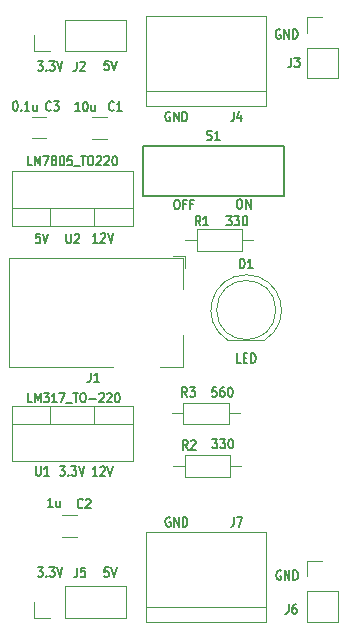
<source format=gto>
%TF.GenerationSoftware,KiCad,Pcbnew,7.0.5*%
%TF.CreationDate,2023-06-26T08:29:16+05:30*%
%TF.ProjectId,Power supply pcb,506f7765-7220-4737-9570-706c79207063,rev?*%
%TF.SameCoordinates,Original*%
%TF.FileFunction,Legend,Top*%
%TF.FilePolarity,Positive*%
%FSLAX46Y46*%
G04 Gerber Fmt 4.6, Leading zero omitted, Abs format (unit mm)*
G04 Created by KiCad (PCBNEW 7.0.5) date 2023-06-26 08:29:16*
%MOMM*%
%LPD*%
G01*
G04 APERTURE LIST*
%ADD10C,0.150000*%
%ADD11C,0.120000*%
%ADD12C,0.152400*%
G04 APERTURE END LIST*
D10*
X120723217Y-70760390D02*
X120656550Y-70722295D01*
X120656550Y-70722295D02*
X120556550Y-70722295D01*
X120556550Y-70722295D02*
X120456550Y-70760390D01*
X120456550Y-70760390D02*
X120389884Y-70836580D01*
X120389884Y-70836580D02*
X120356550Y-70912771D01*
X120356550Y-70912771D02*
X120323217Y-71065152D01*
X120323217Y-71065152D02*
X120323217Y-71179438D01*
X120323217Y-71179438D02*
X120356550Y-71331819D01*
X120356550Y-71331819D02*
X120389884Y-71408009D01*
X120389884Y-71408009D02*
X120456550Y-71484200D01*
X120456550Y-71484200D02*
X120556550Y-71522295D01*
X120556550Y-71522295D02*
X120623217Y-71522295D01*
X120623217Y-71522295D02*
X120723217Y-71484200D01*
X120723217Y-71484200D02*
X120756550Y-71446104D01*
X120756550Y-71446104D02*
X120756550Y-71179438D01*
X120756550Y-71179438D02*
X120623217Y-71179438D01*
X121056550Y-71522295D02*
X121056550Y-70722295D01*
X121056550Y-70722295D02*
X121456550Y-71522295D01*
X121456550Y-71522295D02*
X121456550Y-70722295D01*
X121789883Y-71522295D02*
X121789883Y-70722295D01*
X121789883Y-70722295D02*
X121956550Y-70722295D01*
X121956550Y-70722295D02*
X122056550Y-70760390D01*
X122056550Y-70760390D02*
X122123217Y-70836580D01*
X122123217Y-70836580D02*
X122156550Y-70912771D01*
X122156550Y-70912771D02*
X122189883Y-71065152D01*
X122189883Y-71065152D02*
X122189883Y-71179438D01*
X122189883Y-71179438D02*
X122156550Y-71331819D01*
X122156550Y-71331819D02*
X122123217Y-71408009D01*
X122123217Y-71408009D02*
X122056550Y-71484200D01*
X122056550Y-71484200D02*
X121956550Y-71522295D01*
X121956550Y-71522295D02*
X121789883Y-71522295D01*
X120774017Y-116581990D02*
X120707350Y-116543895D01*
X120707350Y-116543895D02*
X120607350Y-116543895D01*
X120607350Y-116543895D02*
X120507350Y-116581990D01*
X120507350Y-116581990D02*
X120440684Y-116658180D01*
X120440684Y-116658180D02*
X120407350Y-116734371D01*
X120407350Y-116734371D02*
X120374017Y-116886752D01*
X120374017Y-116886752D02*
X120374017Y-117001038D01*
X120374017Y-117001038D02*
X120407350Y-117153419D01*
X120407350Y-117153419D02*
X120440684Y-117229609D01*
X120440684Y-117229609D02*
X120507350Y-117305800D01*
X120507350Y-117305800D02*
X120607350Y-117343895D01*
X120607350Y-117343895D02*
X120674017Y-117343895D01*
X120674017Y-117343895D02*
X120774017Y-117305800D01*
X120774017Y-117305800D02*
X120807350Y-117267704D01*
X120807350Y-117267704D02*
X120807350Y-117001038D01*
X120807350Y-117001038D02*
X120674017Y-117001038D01*
X121107350Y-117343895D02*
X121107350Y-116543895D01*
X121107350Y-116543895D02*
X121507350Y-117343895D01*
X121507350Y-117343895D02*
X121507350Y-116543895D01*
X121840683Y-117343895D02*
X121840683Y-116543895D01*
X121840683Y-116543895D02*
X122007350Y-116543895D01*
X122007350Y-116543895D02*
X122107350Y-116581990D01*
X122107350Y-116581990D02*
X122174017Y-116658180D01*
X122174017Y-116658180D02*
X122207350Y-116734371D01*
X122207350Y-116734371D02*
X122240683Y-116886752D01*
X122240683Y-116886752D02*
X122240683Y-117001038D01*
X122240683Y-117001038D02*
X122207350Y-117153419D01*
X122207350Y-117153419D02*
X122174017Y-117229609D01*
X122174017Y-117229609D02*
X122107350Y-117305800D01*
X122107350Y-117305800D02*
X122007350Y-117343895D01*
X122007350Y-117343895D02*
X121840683Y-117343895D01*
X117219467Y-85124095D02*
X117352800Y-85124095D01*
X117352800Y-85124095D02*
X117419467Y-85162190D01*
X117419467Y-85162190D02*
X117486133Y-85238380D01*
X117486133Y-85238380D02*
X117519467Y-85390761D01*
X117519467Y-85390761D02*
X117519467Y-85657428D01*
X117519467Y-85657428D02*
X117486133Y-85809809D01*
X117486133Y-85809809D02*
X117419467Y-85886000D01*
X117419467Y-85886000D02*
X117352800Y-85924095D01*
X117352800Y-85924095D02*
X117219467Y-85924095D01*
X117219467Y-85924095D02*
X117152800Y-85886000D01*
X117152800Y-85886000D02*
X117086133Y-85809809D01*
X117086133Y-85809809D02*
X117052800Y-85657428D01*
X117052800Y-85657428D02*
X117052800Y-85390761D01*
X117052800Y-85390761D02*
X117086133Y-85238380D01*
X117086133Y-85238380D02*
X117152800Y-85162190D01*
X117152800Y-85162190D02*
X117219467Y-85124095D01*
X117819466Y-85924095D02*
X117819466Y-85124095D01*
X117819466Y-85124095D02*
X118219466Y-85924095D01*
X118219466Y-85924095D02*
X118219466Y-85124095D01*
X111379067Y-77745390D02*
X111312400Y-77707295D01*
X111312400Y-77707295D02*
X111212400Y-77707295D01*
X111212400Y-77707295D02*
X111112400Y-77745390D01*
X111112400Y-77745390D02*
X111045734Y-77821580D01*
X111045734Y-77821580D02*
X111012400Y-77897771D01*
X111012400Y-77897771D02*
X110979067Y-78050152D01*
X110979067Y-78050152D02*
X110979067Y-78164438D01*
X110979067Y-78164438D02*
X111012400Y-78316819D01*
X111012400Y-78316819D02*
X111045734Y-78393009D01*
X111045734Y-78393009D02*
X111112400Y-78469200D01*
X111112400Y-78469200D02*
X111212400Y-78507295D01*
X111212400Y-78507295D02*
X111279067Y-78507295D01*
X111279067Y-78507295D02*
X111379067Y-78469200D01*
X111379067Y-78469200D02*
X111412400Y-78431104D01*
X111412400Y-78431104D02*
X111412400Y-78164438D01*
X111412400Y-78164438D02*
X111279067Y-78164438D01*
X111712400Y-78507295D02*
X111712400Y-77707295D01*
X111712400Y-77707295D02*
X112112400Y-78507295D01*
X112112400Y-78507295D02*
X112112400Y-77707295D01*
X112445733Y-78507295D02*
X112445733Y-77707295D01*
X112445733Y-77707295D02*
X112612400Y-77707295D01*
X112612400Y-77707295D02*
X112712400Y-77745390D01*
X112712400Y-77745390D02*
X112779067Y-77821580D01*
X112779067Y-77821580D02*
X112812400Y-77897771D01*
X112812400Y-77897771D02*
X112845733Y-78050152D01*
X112845733Y-78050152D02*
X112845733Y-78164438D01*
X112845733Y-78164438D02*
X112812400Y-78316819D01*
X112812400Y-78316819D02*
X112779067Y-78393009D01*
X112779067Y-78393009D02*
X112712400Y-78469200D01*
X112712400Y-78469200D02*
X112612400Y-78507295D01*
X112612400Y-78507295D02*
X112445733Y-78507295D01*
X105230666Y-108530095D02*
X104830666Y-108530095D01*
X105030666Y-108530095D02*
X105030666Y-107730095D01*
X105030666Y-107730095D02*
X104963999Y-107844380D01*
X104963999Y-107844380D02*
X104897333Y-107920571D01*
X104897333Y-107920571D02*
X104830666Y-107958666D01*
X105497333Y-107806285D02*
X105530666Y-107768190D01*
X105530666Y-107768190D02*
X105597333Y-107730095D01*
X105597333Y-107730095D02*
X105764000Y-107730095D01*
X105764000Y-107730095D02*
X105830666Y-107768190D01*
X105830666Y-107768190D02*
X105864000Y-107806285D01*
X105864000Y-107806285D02*
X105897333Y-107882476D01*
X105897333Y-107882476D02*
X105897333Y-107958666D01*
X105897333Y-107958666D02*
X105864000Y-108072952D01*
X105864000Y-108072952D02*
X105464000Y-108530095D01*
X105464000Y-108530095D02*
X105897333Y-108530095D01*
X106097333Y-107730095D02*
X106330667Y-108530095D01*
X106330667Y-108530095D02*
X106564000Y-107730095D01*
X106191067Y-73389295D02*
X105857733Y-73389295D01*
X105857733Y-73389295D02*
X105824400Y-73770247D01*
X105824400Y-73770247D02*
X105857733Y-73732152D01*
X105857733Y-73732152D02*
X105924400Y-73694057D01*
X105924400Y-73694057D02*
X106091067Y-73694057D01*
X106091067Y-73694057D02*
X106157733Y-73732152D01*
X106157733Y-73732152D02*
X106191067Y-73770247D01*
X106191067Y-73770247D02*
X106224400Y-73846438D01*
X106224400Y-73846438D02*
X106224400Y-74036914D01*
X106224400Y-74036914D02*
X106191067Y-74113104D01*
X106191067Y-74113104D02*
X106157733Y-74151200D01*
X106157733Y-74151200D02*
X106091067Y-74189295D01*
X106091067Y-74189295D02*
X105924400Y-74189295D01*
X105924400Y-74189295D02*
X105857733Y-74151200D01*
X105857733Y-74151200D02*
X105824400Y-74113104D01*
X106424400Y-73389295D02*
X106657734Y-74189295D01*
X106657734Y-74189295D02*
X106891067Y-73389295D01*
X100374467Y-88045095D02*
X100041133Y-88045095D01*
X100041133Y-88045095D02*
X100007800Y-88426047D01*
X100007800Y-88426047D02*
X100041133Y-88387952D01*
X100041133Y-88387952D02*
X100107800Y-88349857D01*
X100107800Y-88349857D02*
X100274467Y-88349857D01*
X100274467Y-88349857D02*
X100341133Y-88387952D01*
X100341133Y-88387952D02*
X100374467Y-88426047D01*
X100374467Y-88426047D02*
X100407800Y-88502238D01*
X100407800Y-88502238D02*
X100407800Y-88692714D01*
X100407800Y-88692714D02*
X100374467Y-88768904D01*
X100374467Y-88768904D02*
X100341133Y-88807000D01*
X100341133Y-88807000D02*
X100274467Y-88845095D01*
X100274467Y-88845095D02*
X100107800Y-88845095D01*
X100107800Y-88845095D02*
X100041133Y-88807000D01*
X100041133Y-88807000D02*
X100007800Y-88768904D01*
X100607800Y-88045095D02*
X100841134Y-88845095D01*
X100841134Y-88845095D02*
X101074467Y-88045095D01*
X100185667Y-116289895D02*
X100619000Y-116289895D01*
X100619000Y-116289895D02*
X100385667Y-116594657D01*
X100385667Y-116594657D02*
X100485667Y-116594657D01*
X100485667Y-116594657D02*
X100552333Y-116632752D01*
X100552333Y-116632752D02*
X100585667Y-116670847D01*
X100585667Y-116670847D02*
X100619000Y-116747038D01*
X100619000Y-116747038D02*
X100619000Y-116937514D01*
X100619000Y-116937514D02*
X100585667Y-117013704D01*
X100585667Y-117013704D02*
X100552333Y-117051800D01*
X100552333Y-117051800D02*
X100485667Y-117089895D01*
X100485667Y-117089895D02*
X100285667Y-117089895D01*
X100285667Y-117089895D02*
X100219000Y-117051800D01*
X100219000Y-117051800D02*
X100185667Y-117013704D01*
X100919000Y-117013704D02*
X100952334Y-117051800D01*
X100952334Y-117051800D02*
X100919000Y-117089895D01*
X100919000Y-117089895D02*
X100885667Y-117051800D01*
X100885667Y-117051800D02*
X100919000Y-117013704D01*
X100919000Y-117013704D02*
X100919000Y-117089895D01*
X101185667Y-116289895D02*
X101619000Y-116289895D01*
X101619000Y-116289895D02*
X101385667Y-116594657D01*
X101385667Y-116594657D02*
X101485667Y-116594657D01*
X101485667Y-116594657D02*
X101552333Y-116632752D01*
X101552333Y-116632752D02*
X101585667Y-116670847D01*
X101585667Y-116670847D02*
X101619000Y-116747038D01*
X101619000Y-116747038D02*
X101619000Y-116937514D01*
X101619000Y-116937514D02*
X101585667Y-117013704D01*
X101585667Y-117013704D02*
X101552333Y-117051800D01*
X101552333Y-117051800D02*
X101485667Y-117089895D01*
X101485667Y-117089895D02*
X101285667Y-117089895D01*
X101285667Y-117089895D02*
X101219000Y-117051800D01*
X101219000Y-117051800D02*
X101185667Y-117013704D01*
X101819000Y-116289895D02*
X102052334Y-117089895D01*
X102052334Y-117089895D02*
X102285667Y-116289895D01*
X102039867Y-107704695D02*
X102473200Y-107704695D01*
X102473200Y-107704695D02*
X102239867Y-108009457D01*
X102239867Y-108009457D02*
X102339867Y-108009457D01*
X102339867Y-108009457D02*
X102406533Y-108047552D01*
X102406533Y-108047552D02*
X102439867Y-108085647D01*
X102439867Y-108085647D02*
X102473200Y-108161838D01*
X102473200Y-108161838D02*
X102473200Y-108352314D01*
X102473200Y-108352314D02*
X102439867Y-108428504D01*
X102439867Y-108428504D02*
X102406533Y-108466600D01*
X102406533Y-108466600D02*
X102339867Y-108504695D01*
X102339867Y-108504695D02*
X102139867Y-108504695D01*
X102139867Y-108504695D02*
X102073200Y-108466600D01*
X102073200Y-108466600D02*
X102039867Y-108428504D01*
X102773200Y-108428504D02*
X102806534Y-108466600D01*
X102806534Y-108466600D02*
X102773200Y-108504695D01*
X102773200Y-108504695D02*
X102739867Y-108466600D01*
X102739867Y-108466600D02*
X102773200Y-108428504D01*
X102773200Y-108428504D02*
X102773200Y-108504695D01*
X103039867Y-107704695D02*
X103473200Y-107704695D01*
X103473200Y-107704695D02*
X103239867Y-108009457D01*
X103239867Y-108009457D02*
X103339867Y-108009457D01*
X103339867Y-108009457D02*
X103406533Y-108047552D01*
X103406533Y-108047552D02*
X103439867Y-108085647D01*
X103439867Y-108085647D02*
X103473200Y-108161838D01*
X103473200Y-108161838D02*
X103473200Y-108352314D01*
X103473200Y-108352314D02*
X103439867Y-108428504D01*
X103439867Y-108428504D02*
X103406533Y-108466600D01*
X103406533Y-108466600D02*
X103339867Y-108504695D01*
X103339867Y-108504695D02*
X103139867Y-108504695D01*
X103139867Y-108504695D02*
X103073200Y-108466600D01*
X103073200Y-108466600D02*
X103039867Y-108428504D01*
X103673200Y-107704695D02*
X103906534Y-108504695D01*
X103906534Y-108504695D02*
X104139867Y-107704695D01*
X111404467Y-112060790D02*
X111337800Y-112022695D01*
X111337800Y-112022695D02*
X111237800Y-112022695D01*
X111237800Y-112022695D02*
X111137800Y-112060790D01*
X111137800Y-112060790D02*
X111071134Y-112136980D01*
X111071134Y-112136980D02*
X111037800Y-112213171D01*
X111037800Y-112213171D02*
X111004467Y-112365552D01*
X111004467Y-112365552D02*
X111004467Y-112479838D01*
X111004467Y-112479838D02*
X111037800Y-112632219D01*
X111037800Y-112632219D02*
X111071134Y-112708409D01*
X111071134Y-112708409D02*
X111137800Y-112784600D01*
X111137800Y-112784600D02*
X111237800Y-112822695D01*
X111237800Y-112822695D02*
X111304467Y-112822695D01*
X111304467Y-112822695D02*
X111404467Y-112784600D01*
X111404467Y-112784600D02*
X111437800Y-112746504D01*
X111437800Y-112746504D02*
X111437800Y-112479838D01*
X111437800Y-112479838D02*
X111304467Y-112479838D01*
X111737800Y-112822695D02*
X111737800Y-112022695D01*
X111737800Y-112022695D02*
X112137800Y-112822695D01*
X112137800Y-112822695D02*
X112137800Y-112022695D01*
X112471133Y-112822695D02*
X112471133Y-112022695D01*
X112471133Y-112022695D02*
X112637800Y-112022695D01*
X112637800Y-112022695D02*
X112737800Y-112060790D01*
X112737800Y-112060790D02*
X112804467Y-112136980D01*
X112804467Y-112136980D02*
X112837800Y-112213171D01*
X112837800Y-112213171D02*
X112871133Y-112365552D01*
X112871133Y-112365552D02*
X112871133Y-112479838D01*
X112871133Y-112479838D02*
X112837800Y-112632219D01*
X112837800Y-112632219D02*
X112804467Y-112708409D01*
X112804467Y-112708409D02*
X112737800Y-112784600D01*
X112737800Y-112784600D02*
X112637800Y-112822695D01*
X112637800Y-112822695D02*
X112471133Y-112822695D01*
X100185667Y-73440095D02*
X100619000Y-73440095D01*
X100619000Y-73440095D02*
X100385667Y-73744857D01*
X100385667Y-73744857D02*
X100485667Y-73744857D01*
X100485667Y-73744857D02*
X100552333Y-73782952D01*
X100552333Y-73782952D02*
X100585667Y-73821047D01*
X100585667Y-73821047D02*
X100619000Y-73897238D01*
X100619000Y-73897238D02*
X100619000Y-74087714D01*
X100619000Y-74087714D02*
X100585667Y-74163904D01*
X100585667Y-74163904D02*
X100552333Y-74202000D01*
X100552333Y-74202000D02*
X100485667Y-74240095D01*
X100485667Y-74240095D02*
X100285667Y-74240095D01*
X100285667Y-74240095D02*
X100219000Y-74202000D01*
X100219000Y-74202000D02*
X100185667Y-74163904D01*
X100919000Y-74163904D02*
X100952334Y-74202000D01*
X100952334Y-74202000D02*
X100919000Y-74240095D01*
X100919000Y-74240095D02*
X100885667Y-74202000D01*
X100885667Y-74202000D02*
X100919000Y-74163904D01*
X100919000Y-74163904D02*
X100919000Y-74240095D01*
X101185667Y-73440095D02*
X101619000Y-73440095D01*
X101619000Y-73440095D02*
X101385667Y-73744857D01*
X101385667Y-73744857D02*
X101485667Y-73744857D01*
X101485667Y-73744857D02*
X101552333Y-73782952D01*
X101552333Y-73782952D02*
X101585667Y-73821047D01*
X101585667Y-73821047D02*
X101619000Y-73897238D01*
X101619000Y-73897238D02*
X101619000Y-74087714D01*
X101619000Y-74087714D02*
X101585667Y-74163904D01*
X101585667Y-74163904D02*
X101552333Y-74202000D01*
X101552333Y-74202000D02*
X101485667Y-74240095D01*
X101485667Y-74240095D02*
X101285667Y-74240095D01*
X101285667Y-74240095D02*
X101219000Y-74202000D01*
X101219000Y-74202000D02*
X101185667Y-74163904D01*
X101819000Y-73440095D02*
X102052334Y-74240095D01*
X102052334Y-74240095D02*
X102285667Y-73440095D01*
X105256066Y-88794295D02*
X104856066Y-88794295D01*
X105056066Y-88794295D02*
X105056066Y-87994295D01*
X105056066Y-87994295D02*
X104989399Y-88108580D01*
X104989399Y-88108580D02*
X104922733Y-88184771D01*
X104922733Y-88184771D02*
X104856066Y-88222866D01*
X105522733Y-88070485D02*
X105556066Y-88032390D01*
X105556066Y-88032390D02*
X105622733Y-87994295D01*
X105622733Y-87994295D02*
X105789400Y-87994295D01*
X105789400Y-87994295D02*
X105856066Y-88032390D01*
X105856066Y-88032390D02*
X105889400Y-88070485D01*
X105889400Y-88070485D02*
X105922733Y-88146676D01*
X105922733Y-88146676D02*
X105922733Y-88222866D01*
X105922733Y-88222866D02*
X105889400Y-88337152D01*
X105889400Y-88337152D02*
X105489400Y-88794295D01*
X105489400Y-88794295D02*
X105922733Y-88794295D01*
X106122733Y-87994295D02*
X106356067Y-88794295D01*
X106356067Y-88794295D02*
X106589400Y-87994295D01*
X111906134Y-85174895D02*
X112039467Y-85174895D01*
X112039467Y-85174895D02*
X112106134Y-85212990D01*
X112106134Y-85212990D02*
X112172800Y-85289180D01*
X112172800Y-85289180D02*
X112206134Y-85441561D01*
X112206134Y-85441561D02*
X112206134Y-85708228D01*
X112206134Y-85708228D02*
X112172800Y-85860609D01*
X112172800Y-85860609D02*
X112106134Y-85936800D01*
X112106134Y-85936800D02*
X112039467Y-85974895D01*
X112039467Y-85974895D02*
X111906134Y-85974895D01*
X111906134Y-85974895D02*
X111839467Y-85936800D01*
X111839467Y-85936800D02*
X111772800Y-85860609D01*
X111772800Y-85860609D02*
X111739467Y-85708228D01*
X111739467Y-85708228D02*
X111739467Y-85441561D01*
X111739467Y-85441561D02*
X111772800Y-85289180D01*
X111772800Y-85289180D02*
X111839467Y-85212990D01*
X111839467Y-85212990D02*
X111906134Y-85174895D01*
X112739467Y-85555847D02*
X112506133Y-85555847D01*
X112506133Y-85974895D02*
X112506133Y-85174895D01*
X112506133Y-85174895D02*
X112839467Y-85174895D01*
X113339467Y-85555847D02*
X113106133Y-85555847D01*
X113106133Y-85974895D02*
X113106133Y-85174895D01*
X113106133Y-85174895D02*
X113439467Y-85174895D01*
X106191067Y-116289895D02*
X105857733Y-116289895D01*
X105857733Y-116289895D02*
X105824400Y-116670847D01*
X105824400Y-116670847D02*
X105857733Y-116632752D01*
X105857733Y-116632752D02*
X105924400Y-116594657D01*
X105924400Y-116594657D02*
X106091067Y-116594657D01*
X106091067Y-116594657D02*
X106157733Y-116632752D01*
X106157733Y-116632752D02*
X106191067Y-116670847D01*
X106191067Y-116670847D02*
X106224400Y-116747038D01*
X106224400Y-116747038D02*
X106224400Y-116937514D01*
X106224400Y-116937514D02*
X106191067Y-117013704D01*
X106191067Y-117013704D02*
X106157733Y-117051800D01*
X106157733Y-117051800D02*
X106091067Y-117089895D01*
X106091067Y-117089895D02*
X105924400Y-117089895D01*
X105924400Y-117089895D02*
X105857733Y-117051800D01*
X105857733Y-117051800D02*
X105824400Y-117013704D01*
X106424400Y-116289895D02*
X106657734Y-117089895D01*
X106657734Y-117089895D02*
X106891067Y-116289895D01*
%TO.C,U2*%
X102616066Y-88030495D02*
X102616066Y-88678114D01*
X102616066Y-88678114D02*
X102649400Y-88754304D01*
X102649400Y-88754304D02*
X102682733Y-88792400D01*
X102682733Y-88792400D02*
X102749400Y-88830495D01*
X102749400Y-88830495D02*
X102882733Y-88830495D01*
X102882733Y-88830495D02*
X102949400Y-88792400D01*
X102949400Y-88792400D02*
X102982733Y-88754304D01*
X102982733Y-88754304D02*
X103016066Y-88678114D01*
X103016066Y-88678114D02*
X103016066Y-88030495D01*
X103316066Y-88106685D02*
X103349399Y-88068590D01*
X103349399Y-88068590D02*
X103416066Y-88030495D01*
X103416066Y-88030495D02*
X103582733Y-88030495D01*
X103582733Y-88030495D02*
X103649399Y-88068590D01*
X103649399Y-88068590D02*
X103682733Y-88106685D01*
X103682733Y-88106685D02*
X103716066Y-88182876D01*
X103716066Y-88182876D02*
X103716066Y-88259066D01*
X103716066Y-88259066D02*
X103682733Y-88373352D01*
X103682733Y-88373352D02*
X103282733Y-88830495D01*
X103282733Y-88830495D02*
X103716066Y-88830495D01*
X99707333Y-82251895D02*
X99373999Y-82251895D01*
X99373999Y-82251895D02*
X99373999Y-81451895D01*
X99940666Y-82251895D02*
X99940666Y-81451895D01*
X99940666Y-81451895D02*
X100174000Y-82023323D01*
X100174000Y-82023323D02*
X100407333Y-81451895D01*
X100407333Y-81451895D02*
X100407333Y-82251895D01*
X100674000Y-81451895D02*
X101140666Y-81451895D01*
X101140666Y-81451895D02*
X100840666Y-82251895D01*
X101507333Y-81794752D02*
X101440667Y-81756657D01*
X101440667Y-81756657D02*
X101407333Y-81718561D01*
X101407333Y-81718561D02*
X101374000Y-81642371D01*
X101374000Y-81642371D02*
X101374000Y-81604276D01*
X101374000Y-81604276D02*
X101407333Y-81528085D01*
X101407333Y-81528085D02*
X101440667Y-81489990D01*
X101440667Y-81489990D02*
X101507333Y-81451895D01*
X101507333Y-81451895D02*
X101640667Y-81451895D01*
X101640667Y-81451895D02*
X101707333Y-81489990D01*
X101707333Y-81489990D02*
X101740667Y-81528085D01*
X101740667Y-81528085D02*
X101774000Y-81604276D01*
X101774000Y-81604276D02*
X101774000Y-81642371D01*
X101774000Y-81642371D02*
X101740667Y-81718561D01*
X101740667Y-81718561D02*
X101707333Y-81756657D01*
X101707333Y-81756657D02*
X101640667Y-81794752D01*
X101640667Y-81794752D02*
X101507333Y-81794752D01*
X101507333Y-81794752D02*
X101440667Y-81832847D01*
X101440667Y-81832847D02*
X101407333Y-81870942D01*
X101407333Y-81870942D02*
X101374000Y-81947133D01*
X101374000Y-81947133D02*
X101374000Y-82099514D01*
X101374000Y-82099514D02*
X101407333Y-82175704D01*
X101407333Y-82175704D02*
X101440667Y-82213800D01*
X101440667Y-82213800D02*
X101507333Y-82251895D01*
X101507333Y-82251895D02*
X101640667Y-82251895D01*
X101640667Y-82251895D02*
X101707333Y-82213800D01*
X101707333Y-82213800D02*
X101740667Y-82175704D01*
X101740667Y-82175704D02*
X101774000Y-82099514D01*
X101774000Y-82099514D02*
X101774000Y-81947133D01*
X101774000Y-81947133D02*
X101740667Y-81870942D01*
X101740667Y-81870942D02*
X101707333Y-81832847D01*
X101707333Y-81832847D02*
X101640667Y-81794752D01*
X102207334Y-81451895D02*
X102274000Y-81451895D01*
X102274000Y-81451895D02*
X102340667Y-81489990D01*
X102340667Y-81489990D02*
X102374000Y-81528085D01*
X102374000Y-81528085D02*
X102407334Y-81604276D01*
X102407334Y-81604276D02*
X102440667Y-81756657D01*
X102440667Y-81756657D02*
X102440667Y-81947133D01*
X102440667Y-81947133D02*
X102407334Y-82099514D01*
X102407334Y-82099514D02*
X102374000Y-82175704D01*
X102374000Y-82175704D02*
X102340667Y-82213800D01*
X102340667Y-82213800D02*
X102274000Y-82251895D01*
X102274000Y-82251895D02*
X102207334Y-82251895D01*
X102207334Y-82251895D02*
X102140667Y-82213800D01*
X102140667Y-82213800D02*
X102107334Y-82175704D01*
X102107334Y-82175704D02*
X102074000Y-82099514D01*
X102074000Y-82099514D02*
X102040667Y-81947133D01*
X102040667Y-81947133D02*
X102040667Y-81756657D01*
X102040667Y-81756657D02*
X102074000Y-81604276D01*
X102074000Y-81604276D02*
X102107334Y-81528085D01*
X102107334Y-81528085D02*
X102140667Y-81489990D01*
X102140667Y-81489990D02*
X102207334Y-81451895D01*
X103074001Y-81451895D02*
X102740667Y-81451895D01*
X102740667Y-81451895D02*
X102707334Y-81832847D01*
X102707334Y-81832847D02*
X102740667Y-81794752D01*
X102740667Y-81794752D02*
X102807334Y-81756657D01*
X102807334Y-81756657D02*
X102974001Y-81756657D01*
X102974001Y-81756657D02*
X103040667Y-81794752D01*
X103040667Y-81794752D02*
X103074001Y-81832847D01*
X103074001Y-81832847D02*
X103107334Y-81909038D01*
X103107334Y-81909038D02*
X103107334Y-82099514D01*
X103107334Y-82099514D02*
X103074001Y-82175704D01*
X103074001Y-82175704D02*
X103040667Y-82213800D01*
X103040667Y-82213800D02*
X102974001Y-82251895D01*
X102974001Y-82251895D02*
X102807334Y-82251895D01*
X102807334Y-82251895D02*
X102740667Y-82213800D01*
X102740667Y-82213800D02*
X102707334Y-82175704D01*
X103240668Y-82328085D02*
X103774001Y-82328085D01*
X103840667Y-81451895D02*
X104240667Y-81451895D01*
X104040667Y-82251895D02*
X104040667Y-81451895D01*
X104607334Y-81451895D02*
X104740667Y-81451895D01*
X104740667Y-81451895D02*
X104807334Y-81489990D01*
X104807334Y-81489990D02*
X104874000Y-81566180D01*
X104874000Y-81566180D02*
X104907334Y-81718561D01*
X104907334Y-81718561D02*
X104907334Y-81985228D01*
X104907334Y-81985228D02*
X104874000Y-82137609D01*
X104874000Y-82137609D02*
X104807334Y-82213800D01*
X104807334Y-82213800D02*
X104740667Y-82251895D01*
X104740667Y-82251895D02*
X104607334Y-82251895D01*
X104607334Y-82251895D02*
X104540667Y-82213800D01*
X104540667Y-82213800D02*
X104474000Y-82137609D01*
X104474000Y-82137609D02*
X104440667Y-81985228D01*
X104440667Y-81985228D02*
X104440667Y-81718561D01*
X104440667Y-81718561D02*
X104474000Y-81566180D01*
X104474000Y-81566180D02*
X104540667Y-81489990D01*
X104540667Y-81489990D02*
X104607334Y-81451895D01*
X105174000Y-81528085D02*
X105207333Y-81489990D01*
X105207333Y-81489990D02*
X105274000Y-81451895D01*
X105274000Y-81451895D02*
X105440667Y-81451895D01*
X105440667Y-81451895D02*
X105507333Y-81489990D01*
X105507333Y-81489990D02*
X105540667Y-81528085D01*
X105540667Y-81528085D02*
X105574000Y-81604276D01*
X105574000Y-81604276D02*
X105574000Y-81680466D01*
X105574000Y-81680466D02*
X105540667Y-81794752D01*
X105540667Y-81794752D02*
X105140667Y-82251895D01*
X105140667Y-82251895D02*
X105574000Y-82251895D01*
X105840667Y-81528085D02*
X105874000Y-81489990D01*
X105874000Y-81489990D02*
X105940667Y-81451895D01*
X105940667Y-81451895D02*
X106107334Y-81451895D01*
X106107334Y-81451895D02*
X106174000Y-81489990D01*
X106174000Y-81489990D02*
X106207334Y-81528085D01*
X106207334Y-81528085D02*
X106240667Y-81604276D01*
X106240667Y-81604276D02*
X106240667Y-81680466D01*
X106240667Y-81680466D02*
X106207334Y-81794752D01*
X106207334Y-81794752D02*
X105807334Y-82251895D01*
X105807334Y-82251895D02*
X106240667Y-82251895D01*
X106674001Y-81451895D02*
X106740667Y-81451895D01*
X106740667Y-81451895D02*
X106807334Y-81489990D01*
X106807334Y-81489990D02*
X106840667Y-81528085D01*
X106840667Y-81528085D02*
X106874001Y-81604276D01*
X106874001Y-81604276D02*
X106907334Y-81756657D01*
X106907334Y-81756657D02*
X106907334Y-81947133D01*
X106907334Y-81947133D02*
X106874001Y-82099514D01*
X106874001Y-82099514D02*
X106840667Y-82175704D01*
X106840667Y-82175704D02*
X106807334Y-82213800D01*
X106807334Y-82213800D02*
X106740667Y-82251895D01*
X106740667Y-82251895D02*
X106674001Y-82251895D01*
X106674001Y-82251895D02*
X106607334Y-82213800D01*
X106607334Y-82213800D02*
X106574001Y-82175704D01*
X106574001Y-82175704D02*
X106540667Y-82099514D01*
X106540667Y-82099514D02*
X106507334Y-81947133D01*
X106507334Y-81947133D02*
X106507334Y-81756657D01*
X106507334Y-81756657D02*
X106540667Y-81604276D01*
X106540667Y-81604276D02*
X106574001Y-81528085D01*
X106574001Y-81528085D02*
X106607334Y-81489990D01*
X106607334Y-81489990D02*
X106674001Y-81451895D01*
%TO.C,D1*%
X117313933Y-90964095D02*
X117313933Y-90164095D01*
X117313933Y-90164095D02*
X117480600Y-90164095D01*
X117480600Y-90164095D02*
X117580600Y-90202190D01*
X117580600Y-90202190D02*
X117647267Y-90278380D01*
X117647267Y-90278380D02*
X117680600Y-90354571D01*
X117680600Y-90354571D02*
X117713933Y-90506952D01*
X117713933Y-90506952D02*
X117713933Y-90621238D01*
X117713933Y-90621238D02*
X117680600Y-90773619D01*
X117680600Y-90773619D02*
X117647267Y-90849809D01*
X117647267Y-90849809D02*
X117580600Y-90926000D01*
X117580600Y-90926000D02*
X117480600Y-90964095D01*
X117480600Y-90964095D02*
X117313933Y-90964095D01*
X118380600Y-90964095D02*
X117980600Y-90964095D01*
X118180600Y-90964095D02*
X118180600Y-90164095D01*
X118180600Y-90164095D02*
X118113933Y-90278380D01*
X118113933Y-90278380D02*
X118047267Y-90354571D01*
X118047267Y-90354571D02*
X117980600Y-90392666D01*
X117380600Y-98965095D02*
X117047266Y-98965095D01*
X117047266Y-98965095D02*
X117047266Y-98165095D01*
X117613933Y-98546047D02*
X117847267Y-98546047D01*
X117947267Y-98965095D02*
X117613933Y-98965095D01*
X117613933Y-98965095D02*
X117613933Y-98165095D01*
X117613933Y-98165095D02*
X117947267Y-98165095D01*
X118247266Y-98965095D02*
X118247266Y-98165095D01*
X118247266Y-98165095D02*
X118413933Y-98165095D01*
X118413933Y-98165095D02*
X118513933Y-98203190D01*
X118513933Y-98203190D02*
X118580600Y-98279380D01*
X118580600Y-98279380D02*
X118613933Y-98355571D01*
X118613933Y-98355571D02*
X118647266Y-98507952D01*
X118647266Y-98507952D02*
X118647266Y-98622238D01*
X118647266Y-98622238D02*
X118613933Y-98774619D01*
X118613933Y-98774619D02*
X118580600Y-98850809D01*
X118580600Y-98850809D02*
X118513933Y-98927000D01*
X118513933Y-98927000D02*
X118413933Y-98965095D01*
X118413933Y-98965095D02*
X118247266Y-98965095D01*
%TO.C,C1*%
X106639533Y-77552904D02*
X106606200Y-77591000D01*
X106606200Y-77591000D02*
X106506200Y-77629095D01*
X106506200Y-77629095D02*
X106439533Y-77629095D01*
X106439533Y-77629095D02*
X106339533Y-77591000D01*
X106339533Y-77591000D02*
X106272867Y-77514809D01*
X106272867Y-77514809D02*
X106239533Y-77438619D01*
X106239533Y-77438619D02*
X106206200Y-77286238D01*
X106206200Y-77286238D02*
X106206200Y-77171952D01*
X106206200Y-77171952D02*
X106239533Y-77019571D01*
X106239533Y-77019571D02*
X106272867Y-76943380D01*
X106272867Y-76943380D02*
X106339533Y-76867190D01*
X106339533Y-76867190D02*
X106439533Y-76829095D01*
X106439533Y-76829095D02*
X106506200Y-76829095D01*
X106506200Y-76829095D02*
X106606200Y-76867190D01*
X106606200Y-76867190D02*
X106639533Y-76905285D01*
X107306200Y-77629095D02*
X106906200Y-77629095D01*
X107106200Y-77629095D02*
X107106200Y-76829095D01*
X107106200Y-76829095D02*
X107039533Y-76943380D01*
X107039533Y-76943380D02*
X106972867Y-77019571D01*
X106972867Y-77019571D02*
X106906200Y-77057666D01*
X103766200Y-77654495D02*
X103366200Y-77654495D01*
X103566200Y-77654495D02*
X103566200Y-76854495D01*
X103566200Y-76854495D02*
X103499533Y-76968780D01*
X103499533Y-76968780D02*
X103432867Y-77044971D01*
X103432867Y-77044971D02*
X103366200Y-77083066D01*
X104199534Y-76854495D02*
X104266200Y-76854495D01*
X104266200Y-76854495D02*
X104332867Y-76892590D01*
X104332867Y-76892590D02*
X104366200Y-76930685D01*
X104366200Y-76930685D02*
X104399534Y-77006876D01*
X104399534Y-77006876D02*
X104432867Y-77159257D01*
X104432867Y-77159257D02*
X104432867Y-77349733D01*
X104432867Y-77349733D02*
X104399534Y-77502114D01*
X104399534Y-77502114D02*
X104366200Y-77578304D01*
X104366200Y-77578304D02*
X104332867Y-77616400D01*
X104332867Y-77616400D02*
X104266200Y-77654495D01*
X104266200Y-77654495D02*
X104199534Y-77654495D01*
X104199534Y-77654495D02*
X104132867Y-77616400D01*
X104132867Y-77616400D02*
X104099534Y-77578304D01*
X104099534Y-77578304D02*
X104066200Y-77502114D01*
X104066200Y-77502114D02*
X104032867Y-77349733D01*
X104032867Y-77349733D02*
X104032867Y-77159257D01*
X104032867Y-77159257D02*
X104066200Y-77006876D01*
X104066200Y-77006876D02*
X104099534Y-76930685D01*
X104099534Y-76930685D02*
X104132867Y-76892590D01*
X104132867Y-76892590D02*
X104199534Y-76854495D01*
X105032867Y-77121161D02*
X105032867Y-77654495D01*
X104732867Y-77121161D02*
X104732867Y-77540209D01*
X104732867Y-77540209D02*
X104766201Y-77616400D01*
X104766201Y-77616400D02*
X104832867Y-77654495D01*
X104832867Y-77654495D02*
X104932867Y-77654495D01*
X104932867Y-77654495D02*
X104999534Y-77616400D01*
X104999534Y-77616400D02*
X105032867Y-77578304D01*
%TO.C,J3*%
X121661266Y-73120695D02*
X121661266Y-73692123D01*
X121661266Y-73692123D02*
X121627933Y-73806409D01*
X121627933Y-73806409D02*
X121561266Y-73882600D01*
X121561266Y-73882600D02*
X121461266Y-73920695D01*
X121461266Y-73920695D02*
X121394600Y-73920695D01*
X121927933Y-73120695D02*
X122361266Y-73120695D01*
X122361266Y-73120695D02*
X122127933Y-73425457D01*
X122127933Y-73425457D02*
X122227933Y-73425457D01*
X122227933Y-73425457D02*
X122294599Y-73463552D01*
X122294599Y-73463552D02*
X122327933Y-73501647D01*
X122327933Y-73501647D02*
X122361266Y-73577838D01*
X122361266Y-73577838D02*
X122361266Y-73768314D01*
X122361266Y-73768314D02*
X122327933Y-73844504D01*
X122327933Y-73844504D02*
X122294599Y-73882600D01*
X122294599Y-73882600D02*
X122227933Y-73920695D01*
X122227933Y-73920695D02*
X122027933Y-73920695D01*
X122027933Y-73920695D02*
X121961266Y-73882600D01*
X121961266Y-73882600D02*
X121927933Y-73844504D01*
%TO.C,J5*%
X103525666Y-116300695D02*
X103525666Y-116872123D01*
X103525666Y-116872123D02*
X103492333Y-116986409D01*
X103492333Y-116986409D02*
X103425666Y-117062600D01*
X103425666Y-117062600D02*
X103325666Y-117100695D01*
X103325666Y-117100695D02*
X103259000Y-117100695D01*
X104192333Y-116300695D02*
X103858999Y-116300695D01*
X103858999Y-116300695D02*
X103825666Y-116681647D01*
X103825666Y-116681647D02*
X103858999Y-116643552D01*
X103858999Y-116643552D02*
X103925666Y-116605457D01*
X103925666Y-116605457D02*
X104092333Y-116605457D01*
X104092333Y-116605457D02*
X104158999Y-116643552D01*
X104158999Y-116643552D02*
X104192333Y-116681647D01*
X104192333Y-116681647D02*
X104225666Y-116757838D01*
X104225666Y-116757838D02*
X104225666Y-116948314D01*
X104225666Y-116948314D02*
X104192333Y-117024504D01*
X104192333Y-117024504D02*
X104158999Y-117062600D01*
X104158999Y-117062600D02*
X104092333Y-117100695D01*
X104092333Y-117100695D02*
X103925666Y-117100695D01*
X103925666Y-117100695D02*
X103858999Y-117062600D01*
X103858999Y-117062600D02*
X103825666Y-117024504D01*
%TO.C,C2*%
X103997933Y-111207904D02*
X103964600Y-111246000D01*
X103964600Y-111246000D02*
X103864600Y-111284095D01*
X103864600Y-111284095D02*
X103797933Y-111284095D01*
X103797933Y-111284095D02*
X103697933Y-111246000D01*
X103697933Y-111246000D02*
X103631267Y-111169809D01*
X103631267Y-111169809D02*
X103597933Y-111093619D01*
X103597933Y-111093619D02*
X103564600Y-110941238D01*
X103564600Y-110941238D02*
X103564600Y-110826952D01*
X103564600Y-110826952D02*
X103597933Y-110674571D01*
X103597933Y-110674571D02*
X103631267Y-110598380D01*
X103631267Y-110598380D02*
X103697933Y-110522190D01*
X103697933Y-110522190D02*
X103797933Y-110484095D01*
X103797933Y-110484095D02*
X103864600Y-110484095D01*
X103864600Y-110484095D02*
X103964600Y-110522190D01*
X103964600Y-110522190D02*
X103997933Y-110560285D01*
X104264600Y-110560285D02*
X104297933Y-110522190D01*
X104297933Y-110522190D02*
X104364600Y-110484095D01*
X104364600Y-110484095D02*
X104531267Y-110484095D01*
X104531267Y-110484095D02*
X104597933Y-110522190D01*
X104597933Y-110522190D02*
X104631267Y-110560285D01*
X104631267Y-110560285D02*
X104664600Y-110636476D01*
X104664600Y-110636476D02*
X104664600Y-110712666D01*
X104664600Y-110712666D02*
X104631267Y-110826952D01*
X104631267Y-110826952D02*
X104231267Y-111284095D01*
X104231267Y-111284095D02*
X104664600Y-111284095D01*
X101457933Y-111182495D02*
X101057933Y-111182495D01*
X101257933Y-111182495D02*
X101257933Y-110382495D01*
X101257933Y-110382495D02*
X101191266Y-110496780D01*
X101191266Y-110496780D02*
X101124600Y-110572971D01*
X101124600Y-110572971D02*
X101057933Y-110611066D01*
X102057933Y-110649161D02*
X102057933Y-111182495D01*
X101757933Y-110649161D02*
X101757933Y-111068209D01*
X101757933Y-111068209D02*
X101791267Y-111144400D01*
X101791267Y-111144400D02*
X101857933Y-111182495D01*
X101857933Y-111182495D02*
X101957933Y-111182495D01*
X101957933Y-111182495D02*
X102024600Y-111144400D01*
X102024600Y-111144400D02*
X102057933Y-111106304D01*
%TO.C,J4*%
X116784466Y-77718095D02*
X116784466Y-78289523D01*
X116784466Y-78289523D02*
X116751133Y-78403809D01*
X116751133Y-78403809D02*
X116684466Y-78480000D01*
X116684466Y-78480000D02*
X116584466Y-78518095D01*
X116584466Y-78518095D02*
X116517800Y-78518095D01*
X117417799Y-77984761D02*
X117417799Y-78518095D01*
X117251133Y-77680000D02*
X117084466Y-78251428D01*
X117084466Y-78251428D02*
X117517799Y-78251428D01*
%TO.C,J6*%
X121432666Y-119399495D02*
X121432666Y-119970923D01*
X121432666Y-119970923D02*
X121399333Y-120085209D01*
X121399333Y-120085209D02*
X121332666Y-120161400D01*
X121332666Y-120161400D02*
X121232666Y-120199495D01*
X121232666Y-120199495D02*
X121166000Y-120199495D01*
X122065999Y-119399495D02*
X121932666Y-119399495D01*
X121932666Y-119399495D02*
X121865999Y-119437590D01*
X121865999Y-119437590D02*
X121832666Y-119475685D01*
X121832666Y-119475685D02*
X121765999Y-119589971D01*
X121765999Y-119589971D02*
X121732666Y-119742352D01*
X121732666Y-119742352D02*
X121732666Y-120047114D01*
X121732666Y-120047114D02*
X121765999Y-120123304D01*
X121765999Y-120123304D02*
X121799333Y-120161400D01*
X121799333Y-120161400D02*
X121865999Y-120199495D01*
X121865999Y-120199495D02*
X121999333Y-120199495D01*
X121999333Y-120199495D02*
X122065999Y-120161400D01*
X122065999Y-120161400D02*
X122099333Y-120123304D01*
X122099333Y-120123304D02*
X122132666Y-120047114D01*
X122132666Y-120047114D02*
X122132666Y-119856638D01*
X122132666Y-119856638D02*
X122099333Y-119780447D01*
X122099333Y-119780447D02*
X122065999Y-119742352D01*
X122065999Y-119742352D02*
X121999333Y-119704257D01*
X121999333Y-119704257D02*
X121865999Y-119704257D01*
X121865999Y-119704257D02*
X121799333Y-119742352D01*
X121799333Y-119742352D02*
X121765999Y-119780447D01*
X121765999Y-119780447D02*
X121732666Y-119856638D01*
%TO.C,J1*%
X104668666Y-99790695D02*
X104668666Y-100362123D01*
X104668666Y-100362123D02*
X104635333Y-100476409D01*
X104635333Y-100476409D02*
X104568666Y-100552600D01*
X104568666Y-100552600D02*
X104468666Y-100590695D01*
X104468666Y-100590695D02*
X104402000Y-100590695D01*
X105368666Y-100590695D02*
X104968666Y-100590695D01*
X105168666Y-100590695D02*
X105168666Y-99790695D01*
X105168666Y-99790695D02*
X105101999Y-99904980D01*
X105101999Y-99904980D02*
X105035333Y-99981171D01*
X105035333Y-99981171D02*
X104968666Y-100019266D01*
%TO.C,S1*%
X114528666Y-80054800D02*
X114628666Y-80092895D01*
X114628666Y-80092895D02*
X114795333Y-80092895D01*
X114795333Y-80092895D02*
X114861999Y-80054800D01*
X114861999Y-80054800D02*
X114895333Y-80016704D01*
X114895333Y-80016704D02*
X114928666Y-79940514D01*
X114928666Y-79940514D02*
X114928666Y-79864323D01*
X114928666Y-79864323D02*
X114895333Y-79788133D01*
X114895333Y-79788133D02*
X114861999Y-79750038D01*
X114861999Y-79750038D02*
X114795333Y-79711942D01*
X114795333Y-79711942D02*
X114661999Y-79673847D01*
X114661999Y-79673847D02*
X114595333Y-79635752D01*
X114595333Y-79635752D02*
X114561999Y-79597657D01*
X114561999Y-79597657D02*
X114528666Y-79521466D01*
X114528666Y-79521466D02*
X114528666Y-79445276D01*
X114528666Y-79445276D02*
X114561999Y-79369085D01*
X114561999Y-79369085D02*
X114595333Y-79330990D01*
X114595333Y-79330990D02*
X114661999Y-79292895D01*
X114661999Y-79292895D02*
X114828666Y-79292895D01*
X114828666Y-79292895D02*
X114928666Y-79330990D01*
X115595333Y-80092895D02*
X115195333Y-80092895D01*
X115395333Y-80092895D02*
X115395333Y-79292895D01*
X115395333Y-79292895D02*
X115328666Y-79407180D01*
X115328666Y-79407180D02*
X115262000Y-79483371D01*
X115262000Y-79483371D02*
X115195333Y-79521466D01*
%TO.C,R2*%
X112887933Y-106305695D02*
X112654600Y-105924742D01*
X112487933Y-106305695D02*
X112487933Y-105505695D01*
X112487933Y-105505695D02*
X112754600Y-105505695D01*
X112754600Y-105505695D02*
X112821267Y-105543790D01*
X112821267Y-105543790D02*
X112854600Y-105581885D01*
X112854600Y-105581885D02*
X112887933Y-105658076D01*
X112887933Y-105658076D02*
X112887933Y-105772361D01*
X112887933Y-105772361D02*
X112854600Y-105848552D01*
X112854600Y-105848552D02*
X112821267Y-105886647D01*
X112821267Y-105886647D02*
X112754600Y-105924742D01*
X112754600Y-105924742D02*
X112487933Y-105924742D01*
X113154600Y-105581885D02*
X113187933Y-105543790D01*
X113187933Y-105543790D02*
X113254600Y-105505695D01*
X113254600Y-105505695D02*
X113421267Y-105505695D01*
X113421267Y-105505695D02*
X113487933Y-105543790D01*
X113487933Y-105543790D02*
X113521267Y-105581885D01*
X113521267Y-105581885D02*
X113554600Y-105658076D01*
X113554600Y-105658076D02*
X113554600Y-105734266D01*
X113554600Y-105734266D02*
X113521267Y-105848552D01*
X113521267Y-105848552D02*
X113121267Y-106305695D01*
X113121267Y-106305695D02*
X113554600Y-106305695D01*
X114974800Y-105404095D02*
X115408133Y-105404095D01*
X115408133Y-105404095D02*
X115174800Y-105708857D01*
X115174800Y-105708857D02*
X115274800Y-105708857D01*
X115274800Y-105708857D02*
X115341466Y-105746952D01*
X115341466Y-105746952D02*
X115374800Y-105785047D01*
X115374800Y-105785047D02*
X115408133Y-105861238D01*
X115408133Y-105861238D02*
X115408133Y-106051714D01*
X115408133Y-106051714D02*
X115374800Y-106127904D01*
X115374800Y-106127904D02*
X115341466Y-106166000D01*
X115341466Y-106166000D02*
X115274800Y-106204095D01*
X115274800Y-106204095D02*
X115074800Y-106204095D01*
X115074800Y-106204095D02*
X115008133Y-106166000D01*
X115008133Y-106166000D02*
X114974800Y-106127904D01*
X115641467Y-105404095D02*
X116074800Y-105404095D01*
X116074800Y-105404095D02*
X115841467Y-105708857D01*
X115841467Y-105708857D02*
X115941467Y-105708857D01*
X115941467Y-105708857D02*
X116008133Y-105746952D01*
X116008133Y-105746952D02*
X116041467Y-105785047D01*
X116041467Y-105785047D02*
X116074800Y-105861238D01*
X116074800Y-105861238D02*
X116074800Y-106051714D01*
X116074800Y-106051714D02*
X116041467Y-106127904D01*
X116041467Y-106127904D02*
X116008133Y-106166000D01*
X116008133Y-106166000D02*
X115941467Y-106204095D01*
X115941467Y-106204095D02*
X115741467Y-106204095D01*
X115741467Y-106204095D02*
X115674800Y-106166000D01*
X115674800Y-106166000D02*
X115641467Y-106127904D01*
X116508134Y-105404095D02*
X116574800Y-105404095D01*
X116574800Y-105404095D02*
X116641467Y-105442190D01*
X116641467Y-105442190D02*
X116674800Y-105480285D01*
X116674800Y-105480285D02*
X116708134Y-105556476D01*
X116708134Y-105556476D02*
X116741467Y-105708857D01*
X116741467Y-105708857D02*
X116741467Y-105899333D01*
X116741467Y-105899333D02*
X116708134Y-106051714D01*
X116708134Y-106051714D02*
X116674800Y-106127904D01*
X116674800Y-106127904D02*
X116641467Y-106166000D01*
X116641467Y-106166000D02*
X116574800Y-106204095D01*
X116574800Y-106204095D02*
X116508134Y-106204095D01*
X116508134Y-106204095D02*
X116441467Y-106166000D01*
X116441467Y-106166000D02*
X116408134Y-106127904D01*
X116408134Y-106127904D02*
X116374800Y-106051714D01*
X116374800Y-106051714D02*
X116341467Y-105899333D01*
X116341467Y-105899333D02*
X116341467Y-105708857D01*
X116341467Y-105708857D02*
X116374800Y-105556476D01*
X116374800Y-105556476D02*
X116408134Y-105480285D01*
X116408134Y-105480285D02*
X116441467Y-105442190D01*
X116441467Y-105442190D02*
X116508134Y-105404095D01*
%TO.C,U1*%
X100050666Y-107710295D02*
X100050666Y-108357914D01*
X100050666Y-108357914D02*
X100084000Y-108434104D01*
X100084000Y-108434104D02*
X100117333Y-108472200D01*
X100117333Y-108472200D02*
X100184000Y-108510295D01*
X100184000Y-108510295D02*
X100317333Y-108510295D01*
X100317333Y-108510295D02*
X100384000Y-108472200D01*
X100384000Y-108472200D02*
X100417333Y-108434104D01*
X100417333Y-108434104D02*
X100450666Y-108357914D01*
X100450666Y-108357914D02*
X100450666Y-107710295D01*
X101150666Y-108510295D02*
X100750666Y-108510295D01*
X100950666Y-108510295D02*
X100950666Y-107710295D01*
X100950666Y-107710295D02*
X100883999Y-107824580D01*
X100883999Y-107824580D02*
X100817333Y-107900771D01*
X100817333Y-107900771D02*
X100750666Y-107938866D01*
X99734333Y-102312695D02*
X99400999Y-102312695D01*
X99400999Y-102312695D02*
X99400999Y-101512695D01*
X99967666Y-102312695D02*
X99967666Y-101512695D01*
X99967666Y-101512695D02*
X100201000Y-102084123D01*
X100201000Y-102084123D02*
X100434333Y-101512695D01*
X100434333Y-101512695D02*
X100434333Y-102312695D01*
X100701000Y-101512695D02*
X101134333Y-101512695D01*
X101134333Y-101512695D02*
X100901000Y-101817457D01*
X100901000Y-101817457D02*
X101001000Y-101817457D01*
X101001000Y-101817457D02*
X101067666Y-101855552D01*
X101067666Y-101855552D02*
X101101000Y-101893647D01*
X101101000Y-101893647D02*
X101134333Y-101969838D01*
X101134333Y-101969838D02*
X101134333Y-102160314D01*
X101134333Y-102160314D02*
X101101000Y-102236504D01*
X101101000Y-102236504D02*
X101067666Y-102274600D01*
X101067666Y-102274600D02*
X101001000Y-102312695D01*
X101001000Y-102312695D02*
X100801000Y-102312695D01*
X100801000Y-102312695D02*
X100734333Y-102274600D01*
X100734333Y-102274600D02*
X100701000Y-102236504D01*
X101801000Y-102312695D02*
X101401000Y-102312695D01*
X101601000Y-102312695D02*
X101601000Y-101512695D01*
X101601000Y-101512695D02*
X101534333Y-101626980D01*
X101534333Y-101626980D02*
X101467667Y-101703171D01*
X101467667Y-101703171D02*
X101401000Y-101741266D01*
X102034334Y-101512695D02*
X102501000Y-101512695D01*
X102501000Y-101512695D02*
X102201000Y-102312695D01*
X102601001Y-102388885D02*
X103134334Y-102388885D01*
X103201000Y-101512695D02*
X103601000Y-101512695D01*
X103401000Y-102312695D02*
X103401000Y-101512695D01*
X103967667Y-101512695D02*
X104101000Y-101512695D01*
X104101000Y-101512695D02*
X104167667Y-101550790D01*
X104167667Y-101550790D02*
X104234333Y-101626980D01*
X104234333Y-101626980D02*
X104267667Y-101779361D01*
X104267667Y-101779361D02*
X104267667Y-102046028D01*
X104267667Y-102046028D02*
X104234333Y-102198409D01*
X104234333Y-102198409D02*
X104167667Y-102274600D01*
X104167667Y-102274600D02*
X104101000Y-102312695D01*
X104101000Y-102312695D02*
X103967667Y-102312695D01*
X103967667Y-102312695D02*
X103901000Y-102274600D01*
X103901000Y-102274600D02*
X103834333Y-102198409D01*
X103834333Y-102198409D02*
X103801000Y-102046028D01*
X103801000Y-102046028D02*
X103801000Y-101779361D01*
X103801000Y-101779361D02*
X103834333Y-101626980D01*
X103834333Y-101626980D02*
X103901000Y-101550790D01*
X103901000Y-101550790D02*
X103967667Y-101512695D01*
X104567666Y-102007933D02*
X105101000Y-102007933D01*
X105401000Y-101588885D02*
X105434333Y-101550790D01*
X105434333Y-101550790D02*
X105501000Y-101512695D01*
X105501000Y-101512695D02*
X105667667Y-101512695D01*
X105667667Y-101512695D02*
X105734333Y-101550790D01*
X105734333Y-101550790D02*
X105767667Y-101588885D01*
X105767667Y-101588885D02*
X105801000Y-101665076D01*
X105801000Y-101665076D02*
X105801000Y-101741266D01*
X105801000Y-101741266D02*
X105767667Y-101855552D01*
X105767667Y-101855552D02*
X105367667Y-102312695D01*
X105367667Y-102312695D02*
X105801000Y-102312695D01*
X106067667Y-101588885D02*
X106101000Y-101550790D01*
X106101000Y-101550790D02*
X106167667Y-101512695D01*
X106167667Y-101512695D02*
X106334334Y-101512695D01*
X106334334Y-101512695D02*
X106401000Y-101550790D01*
X106401000Y-101550790D02*
X106434334Y-101588885D01*
X106434334Y-101588885D02*
X106467667Y-101665076D01*
X106467667Y-101665076D02*
X106467667Y-101741266D01*
X106467667Y-101741266D02*
X106434334Y-101855552D01*
X106434334Y-101855552D02*
X106034334Y-102312695D01*
X106034334Y-102312695D02*
X106467667Y-102312695D01*
X106901001Y-101512695D02*
X106967667Y-101512695D01*
X106967667Y-101512695D02*
X107034334Y-101550790D01*
X107034334Y-101550790D02*
X107067667Y-101588885D01*
X107067667Y-101588885D02*
X107101001Y-101665076D01*
X107101001Y-101665076D02*
X107134334Y-101817457D01*
X107134334Y-101817457D02*
X107134334Y-102007933D01*
X107134334Y-102007933D02*
X107101001Y-102160314D01*
X107101001Y-102160314D02*
X107067667Y-102236504D01*
X107067667Y-102236504D02*
X107034334Y-102274600D01*
X107034334Y-102274600D02*
X106967667Y-102312695D01*
X106967667Y-102312695D02*
X106901001Y-102312695D01*
X106901001Y-102312695D02*
X106834334Y-102274600D01*
X106834334Y-102274600D02*
X106801001Y-102236504D01*
X106801001Y-102236504D02*
X106767667Y-102160314D01*
X106767667Y-102160314D02*
X106734334Y-102007933D01*
X106734334Y-102007933D02*
X106734334Y-101817457D01*
X106734334Y-101817457D02*
X106767667Y-101665076D01*
X106767667Y-101665076D02*
X106801001Y-101588885D01*
X106801001Y-101588885D02*
X106834334Y-101550790D01*
X106834334Y-101550790D02*
X106901001Y-101512695D01*
%TO.C,R1*%
X113954733Y-87331895D02*
X113721400Y-86950942D01*
X113554733Y-87331895D02*
X113554733Y-86531895D01*
X113554733Y-86531895D02*
X113821400Y-86531895D01*
X113821400Y-86531895D02*
X113888067Y-86569990D01*
X113888067Y-86569990D02*
X113921400Y-86608085D01*
X113921400Y-86608085D02*
X113954733Y-86684276D01*
X113954733Y-86684276D02*
X113954733Y-86798561D01*
X113954733Y-86798561D02*
X113921400Y-86874752D01*
X113921400Y-86874752D02*
X113888067Y-86912847D01*
X113888067Y-86912847D02*
X113821400Y-86950942D01*
X113821400Y-86950942D02*
X113554733Y-86950942D01*
X114621400Y-87331895D02*
X114221400Y-87331895D01*
X114421400Y-87331895D02*
X114421400Y-86531895D01*
X114421400Y-86531895D02*
X114354733Y-86646180D01*
X114354733Y-86646180D02*
X114288067Y-86722371D01*
X114288067Y-86722371D02*
X114221400Y-86760466D01*
X116168600Y-86531895D02*
X116601933Y-86531895D01*
X116601933Y-86531895D02*
X116368600Y-86836657D01*
X116368600Y-86836657D02*
X116468600Y-86836657D01*
X116468600Y-86836657D02*
X116535266Y-86874752D01*
X116535266Y-86874752D02*
X116568600Y-86912847D01*
X116568600Y-86912847D02*
X116601933Y-86989038D01*
X116601933Y-86989038D02*
X116601933Y-87179514D01*
X116601933Y-87179514D02*
X116568600Y-87255704D01*
X116568600Y-87255704D02*
X116535266Y-87293800D01*
X116535266Y-87293800D02*
X116468600Y-87331895D01*
X116468600Y-87331895D02*
X116268600Y-87331895D01*
X116268600Y-87331895D02*
X116201933Y-87293800D01*
X116201933Y-87293800D02*
X116168600Y-87255704D01*
X116835267Y-86531895D02*
X117268600Y-86531895D01*
X117268600Y-86531895D02*
X117035267Y-86836657D01*
X117035267Y-86836657D02*
X117135267Y-86836657D01*
X117135267Y-86836657D02*
X117201933Y-86874752D01*
X117201933Y-86874752D02*
X117235267Y-86912847D01*
X117235267Y-86912847D02*
X117268600Y-86989038D01*
X117268600Y-86989038D02*
X117268600Y-87179514D01*
X117268600Y-87179514D02*
X117235267Y-87255704D01*
X117235267Y-87255704D02*
X117201933Y-87293800D01*
X117201933Y-87293800D02*
X117135267Y-87331895D01*
X117135267Y-87331895D02*
X116935267Y-87331895D01*
X116935267Y-87331895D02*
X116868600Y-87293800D01*
X116868600Y-87293800D02*
X116835267Y-87255704D01*
X117701934Y-86531895D02*
X117768600Y-86531895D01*
X117768600Y-86531895D02*
X117835267Y-86569990D01*
X117835267Y-86569990D02*
X117868600Y-86608085D01*
X117868600Y-86608085D02*
X117901934Y-86684276D01*
X117901934Y-86684276D02*
X117935267Y-86836657D01*
X117935267Y-86836657D02*
X117935267Y-87027133D01*
X117935267Y-87027133D02*
X117901934Y-87179514D01*
X117901934Y-87179514D02*
X117868600Y-87255704D01*
X117868600Y-87255704D02*
X117835267Y-87293800D01*
X117835267Y-87293800D02*
X117768600Y-87331895D01*
X117768600Y-87331895D02*
X117701934Y-87331895D01*
X117701934Y-87331895D02*
X117635267Y-87293800D01*
X117635267Y-87293800D02*
X117601934Y-87255704D01*
X117601934Y-87255704D02*
X117568600Y-87179514D01*
X117568600Y-87179514D02*
X117535267Y-87027133D01*
X117535267Y-87027133D02*
X117535267Y-86836657D01*
X117535267Y-86836657D02*
X117568600Y-86684276D01*
X117568600Y-86684276D02*
X117601934Y-86608085D01*
X117601934Y-86608085D02*
X117635267Y-86569990D01*
X117635267Y-86569990D02*
X117701934Y-86531895D01*
%TO.C,R3*%
X112837133Y-101835295D02*
X112603800Y-101454342D01*
X112437133Y-101835295D02*
X112437133Y-101035295D01*
X112437133Y-101035295D02*
X112703800Y-101035295D01*
X112703800Y-101035295D02*
X112770467Y-101073390D01*
X112770467Y-101073390D02*
X112803800Y-101111485D01*
X112803800Y-101111485D02*
X112837133Y-101187676D01*
X112837133Y-101187676D02*
X112837133Y-101301961D01*
X112837133Y-101301961D02*
X112803800Y-101378152D01*
X112803800Y-101378152D02*
X112770467Y-101416247D01*
X112770467Y-101416247D02*
X112703800Y-101454342D01*
X112703800Y-101454342D02*
X112437133Y-101454342D01*
X113070467Y-101035295D02*
X113503800Y-101035295D01*
X113503800Y-101035295D02*
X113270467Y-101340057D01*
X113270467Y-101340057D02*
X113370467Y-101340057D01*
X113370467Y-101340057D02*
X113437133Y-101378152D01*
X113437133Y-101378152D02*
X113470467Y-101416247D01*
X113470467Y-101416247D02*
X113503800Y-101492438D01*
X113503800Y-101492438D02*
X113503800Y-101682914D01*
X113503800Y-101682914D02*
X113470467Y-101759104D01*
X113470467Y-101759104D02*
X113437133Y-101797200D01*
X113437133Y-101797200D02*
X113370467Y-101835295D01*
X113370467Y-101835295D02*
X113170467Y-101835295D01*
X113170467Y-101835295D02*
X113103800Y-101797200D01*
X113103800Y-101797200D02*
X113070467Y-101759104D01*
X115324000Y-101035295D02*
X114990666Y-101035295D01*
X114990666Y-101035295D02*
X114957333Y-101416247D01*
X114957333Y-101416247D02*
X114990666Y-101378152D01*
X114990666Y-101378152D02*
X115057333Y-101340057D01*
X115057333Y-101340057D02*
X115224000Y-101340057D01*
X115224000Y-101340057D02*
X115290666Y-101378152D01*
X115290666Y-101378152D02*
X115324000Y-101416247D01*
X115324000Y-101416247D02*
X115357333Y-101492438D01*
X115357333Y-101492438D02*
X115357333Y-101682914D01*
X115357333Y-101682914D02*
X115324000Y-101759104D01*
X115324000Y-101759104D02*
X115290666Y-101797200D01*
X115290666Y-101797200D02*
X115224000Y-101835295D01*
X115224000Y-101835295D02*
X115057333Y-101835295D01*
X115057333Y-101835295D02*
X114990666Y-101797200D01*
X114990666Y-101797200D02*
X114957333Y-101759104D01*
X115957333Y-101035295D02*
X115824000Y-101035295D01*
X115824000Y-101035295D02*
X115757333Y-101073390D01*
X115757333Y-101073390D02*
X115724000Y-101111485D01*
X115724000Y-101111485D02*
X115657333Y-101225771D01*
X115657333Y-101225771D02*
X115624000Y-101378152D01*
X115624000Y-101378152D02*
X115624000Y-101682914D01*
X115624000Y-101682914D02*
X115657333Y-101759104D01*
X115657333Y-101759104D02*
X115690667Y-101797200D01*
X115690667Y-101797200D02*
X115757333Y-101835295D01*
X115757333Y-101835295D02*
X115890667Y-101835295D01*
X115890667Y-101835295D02*
X115957333Y-101797200D01*
X115957333Y-101797200D02*
X115990667Y-101759104D01*
X115990667Y-101759104D02*
X116024000Y-101682914D01*
X116024000Y-101682914D02*
X116024000Y-101492438D01*
X116024000Y-101492438D02*
X115990667Y-101416247D01*
X115990667Y-101416247D02*
X115957333Y-101378152D01*
X115957333Y-101378152D02*
X115890667Y-101340057D01*
X115890667Y-101340057D02*
X115757333Y-101340057D01*
X115757333Y-101340057D02*
X115690667Y-101378152D01*
X115690667Y-101378152D02*
X115657333Y-101416247D01*
X115657333Y-101416247D02*
X115624000Y-101492438D01*
X116457334Y-101035295D02*
X116524000Y-101035295D01*
X116524000Y-101035295D02*
X116590667Y-101073390D01*
X116590667Y-101073390D02*
X116624000Y-101111485D01*
X116624000Y-101111485D02*
X116657334Y-101187676D01*
X116657334Y-101187676D02*
X116690667Y-101340057D01*
X116690667Y-101340057D02*
X116690667Y-101530533D01*
X116690667Y-101530533D02*
X116657334Y-101682914D01*
X116657334Y-101682914D02*
X116624000Y-101759104D01*
X116624000Y-101759104D02*
X116590667Y-101797200D01*
X116590667Y-101797200D02*
X116524000Y-101835295D01*
X116524000Y-101835295D02*
X116457334Y-101835295D01*
X116457334Y-101835295D02*
X116390667Y-101797200D01*
X116390667Y-101797200D02*
X116357334Y-101759104D01*
X116357334Y-101759104D02*
X116324000Y-101682914D01*
X116324000Y-101682914D02*
X116290667Y-101530533D01*
X116290667Y-101530533D02*
X116290667Y-101340057D01*
X116290667Y-101340057D02*
X116324000Y-101187676D01*
X116324000Y-101187676D02*
X116357334Y-101111485D01*
X116357334Y-101111485D02*
X116390667Y-101073390D01*
X116390667Y-101073390D02*
X116457334Y-101035295D01*
%TO.C,J7*%
X116784466Y-112033495D02*
X116784466Y-112604923D01*
X116784466Y-112604923D02*
X116751133Y-112719209D01*
X116751133Y-112719209D02*
X116684466Y-112795400D01*
X116684466Y-112795400D02*
X116584466Y-112833495D01*
X116584466Y-112833495D02*
X116517800Y-112833495D01*
X117051133Y-112033495D02*
X117517799Y-112033495D01*
X117517799Y-112033495D02*
X117217799Y-112833495D01*
%TO.C,J2*%
X103474866Y-73450895D02*
X103474866Y-74022323D01*
X103474866Y-74022323D02*
X103441533Y-74136609D01*
X103441533Y-74136609D02*
X103374866Y-74212800D01*
X103374866Y-74212800D02*
X103274866Y-74250895D01*
X103274866Y-74250895D02*
X103208200Y-74250895D01*
X103774866Y-73527085D02*
X103808199Y-73488990D01*
X103808199Y-73488990D02*
X103874866Y-73450895D01*
X103874866Y-73450895D02*
X104041533Y-73450895D01*
X104041533Y-73450895D02*
X104108199Y-73488990D01*
X104108199Y-73488990D02*
X104141533Y-73527085D01*
X104141533Y-73527085D02*
X104174866Y-73603276D01*
X104174866Y-73603276D02*
X104174866Y-73679466D01*
X104174866Y-73679466D02*
X104141533Y-73793752D01*
X104141533Y-73793752D02*
X103741533Y-74250895D01*
X103741533Y-74250895D02*
X104174866Y-74250895D01*
%TO.C,C3*%
X101305533Y-77552904D02*
X101272200Y-77591000D01*
X101272200Y-77591000D02*
X101172200Y-77629095D01*
X101172200Y-77629095D02*
X101105533Y-77629095D01*
X101105533Y-77629095D02*
X101005533Y-77591000D01*
X101005533Y-77591000D02*
X100938867Y-77514809D01*
X100938867Y-77514809D02*
X100905533Y-77438619D01*
X100905533Y-77438619D02*
X100872200Y-77286238D01*
X100872200Y-77286238D02*
X100872200Y-77171952D01*
X100872200Y-77171952D02*
X100905533Y-77019571D01*
X100905533Y-77019571D02*
X100938867Y-76943380D01*
X100938867Y-76943380D02*
X101005533Y-76867190D01*
X101005533Y-76867190D02*
X101105533Y-76829095D01*
X101105533Y-76829095D02*
X101172200Y-76829095D01*
X101172200Y-76829095D02*
X101272200Y-76867190D01*
X101272200Y-76867190D02*
X101305533Y-76905285D01*
X101538867Y-76829095D02*
X101972200Y-76829095D01*
X101972200Y-76829095D02*
X101738867Y-77133857D01*
X101738867Y-77133857D02*
X101838867Y-77133857D01*
X101838867Y-77133857D02*
X101905533Y-77171952D01*
X101905533Y-77171952D02*
X101938867Y-77210047D01*
X101938867Y-77210047D02*
X101972200Y-77286238D01*
X101972200Y-77286238D02*
X101972200Y-77476714D01*
X101972200Y-77476714D02*
X101938867Y-77552904D01*
X101938867Y-77552904D02*
X101905533Y-77591000D01*
X101905533Y-77591000D02*
X101838867Y-77629095D01*
X101838867Y-77629095D02*
X101638867Y-77629095D01*
X101638867Y-77629095D02*
X101572200Y-77591000D01*
X101572200Y-77591000D02*
X101538867Y-77552904D01*
X98260800Y-76829095D02*
X98327466Y-76829095D01*
X98327466Y-76829095D02*
X98394133Y-76867190D01*
X98394133Y-76867190D02*
X98427466Y-76905285D01*
X98427466Y-76905285D02*
X98460800Y-76981476D01*
X98460800Y-76981476D02*
X98494133Y-77133857D01*
X98494133Y-77133857D02*
X98494133Y-77324333D01*
X98494133Y-77324333D02*
X98460800Y-77476714D01*
X98460800Y-77476714D02*
X98427466Y-77552904D01*
X98427466Y-77552904D02*
X98394133Y-77591000D01*
X98394133Y-77591000D02*
X98327466Y-77629095D01*
X98327466Y-77629095D02*
X98260800Y-77629095D01*
X98260800Y-77629095D02*
X98194133Y-77591000D01*
X98194133Y-77591000D02*
X98160800Y-77552904D01*
X98160800Y-77552904D02*
X98127466Y-77476714D01*
X98127466Y-77476714D02*
X98094133Y-77324333D01*
X98094133Y-77324333D02*
X98094133Y-77133857D01*
X98094133Y-77133857D02*
X98127466Y-76981476D01*
X98127466Y-76981476D02*
X98160800Y-76905285D01*
X98160800Y-76905285D02*
X98194133Y-76867190D01*
X98194133Y-76867190D02*
X98260800Y-76829095D01*
X98794133Y-77552904D02*
X98827467Y-77591000D01*
X98827467Y-77591000D02*
X98794133Y-77629095D01*
X98794133Y-77629095D02*
X98760800Y-77591000D01*
X98760800Y-77591000D02*
X98794133Y-77552904D01*
X98794133Y-77552904D02*
X98794133Y-77629095D01*
X99494133Y-77629095D02*
X99094133Y-77629095D01*
X99294133Y-77629095D02*
X99294133Y-76829095D01*
X99294133Y-76829095D02*
X99227466Y-76943380D01*
X99227466Y-76943380D02*
X99160800Y-77019571D01*
X99160800Y-77019571D02*
X99094133Y-77057666D01*
X100094133Y-77095761D02*
X100094133Y-77629095D01*
X99794133Y-77095761D02*
X99794133Y-77514809D01*
X99794133Y-77514809D02*
X99827467Y-77591000D01*
X99827467Y-77591000D02*
X99894133Y-77629095D01*
X99894133Y-77629095D02*
X99994133Y-77629095D01*
X99994133Y-77629095D02*
X100060800Y-77591000D01*
X100060800Y-77591000D02*
X100094133Y-77552904D01*
D11*
%TO.C,U2*%
X108218600Y-87369400D02*
X108218600Y-82728400D01*
X108218600Y-87369400D02*
X97978600Y-87369400D01*
X108218600Y-85859400D02*
X97978600Y-85859400D01*
X108218600Y-82728400D02*
X97978600Y-82728400D01*
X104948600Y-87369400D02*
X104948600Y-85859400D01*
X101247600Y-87369400D02*
X101247600Y-85859400D01*
X97978600Y-87369400D02*
X97978600Y-82728400D01*
%TO.C,D1*%
X116297000Y-97053000D02*
X119387000Y-97053000D01*
X117842462Y-91503001D02*
G75*
G03*
X116297170Y-97052999I-462J-2989999D01*
G01*
X119386830Y-97053000D02*
G75*
G03*
X117841538Y-91503000I-1544830J2560000D01*
G01*
X120342000Y-94493000D02*
G75*
G03*
X120342000Y-94493000I-2500000J0D01*
G01*
%TO.C,C1*%
X106033600Y-79990200D02*
X104775600Y-79990200D01*
X106033600Y-78150200D02*
X104775600Y-78150200D01*
%TO.C,J3*%
X122952200Y-69688400D02*
X124282200Y-69688400D01*
X122952200Y-71018400D02*
X122952200Y-69688400D01*
X122952200Y-72288400D02*
X122952200Y-74888400D01*
X122952200Y-72288400D02*
X125612200Y-72288400D01*
X122952200Y-74888400D02*
X125612200Y-74888400D01*
X125612200Y-72288400D02*
X125612200Y-74888400D01*
%TO.C,J5*%
X99889000Y-120532200D02*
X99889000Y-119202200D01*
X101219000Y-120532200D02*
X99889000Y-120532200D01*
X102489000Y-120532200D02*
X107629000Y-120532200D01*
X102489000Y-120532200D02*
X102489000Y-117872200D01*
X107629000Y-120532200D02*
X107629000Y-117872200D01*
X102489000Y-117872200D02*
X107629000Y-117872200D01*
%TO.C,C2*%
X102261000Y-111856000D02*
X103519000Y-111856000D01*
X102261000Y-113696000D02*
X103519000Y-113696000D01*
%TO.C,J4*%
X109347000Y-69570600D02*
X109347000Y-77190600D01*
X109347000Y-77190600D02*
X119507000Y-77190600D01*
X119507000Y-69570600D02*
X109347000Y-69570600D01*
X119507000Y-75920600D02*
X109347000Y-75920600D01*
X119507000Y-77190600D02*
X119507000Y-69570600D01*
%TO.C,J6*%
X122952200Y-115713200D02*
X124282200Y-115713200D01*
X122952200Y-117043200D02*
X122952200Y-115713200D01*
X122952200Y-118313200D02*
X122952200Y-120913200D01*
X122952200Y-118313200D02*
X125612200Y-118313200D01*
X122952200Y-120913200D02*
X125612200Y-120913200D01*
X125612200Y-118313200D02*
X125612200Y-120913200D01*
%TO.C,J1*%
X97756800Y-90116600D02*
X112456800Y-90116600D01*
X97756800Y-99316600D02*
X97756800Y-90116600D01*
X106556800Y-99316600D02*
X97756800Y-99316600D01*
X111606800Y-89916600D02*
X112656800Y-89916600D01*
X112456800Y-90116600D02*
X112456800Y-92716600D01*
X112456800Y-96616600D02*
X112456800Y-99316600D01*
X112456800Y-99316600D02*
X110556800Y-99316600D01*
X112656800Y-90966600D02*
X112656800Y-89916600D01*
D12*
%TO.C,S1*%
X109141900Y-84823300D02*
X121003700Y-84823300D01*
X121003700Y-84823300D02*
X121003700Y-80581500D01*
X109141900Y-80581500D02*
X109141900Y-84823300D01*
X121003700Y-80581500D02*
X109141900Y-80581500D01*
D11*
%TO.C,R2*%
X117424000Y-107721400D02*
X116474000Y-107721400D01*
X116474000Y-108641400D02*
X116474000Y-106801400D01*
X116474000Y-106801400D02*
X112634000Y-106801400D01*
X112634000Y-108641400D02*
X116474000Y-108641400D01*
X112634000Y-106801400D02*
X112634000Y-108641400D01*
X111684000Y-107721400D02*
X112634000Y-107721400D01*
%TO.C,U1*%
X97978600Y-102622600D02*
X97978600Y-107263600D01*
X97978600Y-102622600D02*
X108218600Y-102622600D01*
X97978600Y-104132600D02*
X108218600Y-104132600D01*
X97978600Y-107263600D02*
X108218600Y-107263600D01*
X101248600Y-102622600D02*
X101248600Y-104132600D01*
X104949600Y-102622600D02*
X104949600Y-104132600D01*
X108218600Y-102622600D02*
X108218600Y-107263600D01*
%TO.C,R1*%
X112700000Y-88544400D02*
X113650000Y-88544400D01*
X113650000Y-87624400D02*
X113650000Y-89464400D01*
X113650000Y-89464400D02*
X117490000Y-89464400D01*
X117490000Y-87624400D02*
X113650000Y-87624400D01*
X117490000Y-89464400D02*
X117490000Y-87624400D01*
X118440000Y-88544400D02*
X117490000Y-88544400D01*
%TO.C,R3*%
X111557000Y-103251000D02*
X112507000Y-103251000D01*
X112507000Y-102331000D02*
X112507000Y-104171000D01*
X112507000Y-104171000D02*
X116347000Y-104171000D01*
X116347000Y-102331000D02*
X112507000Y-102331000D01*
X116347000Y-104171000D02*
X116347000Y-102331000D01*
X117297000Y-103251000D02*
X116347000Y-103251000D01*
%TO.C,J7*%
X109347000Y-113284000D02*
X109347000Y-120904000D01*
X109347000Y-120904000D02*
X119507000Y-120904000D01*
X119507000Y-113284000D02*
X109347000Y-113284000D01*
X119507000Y-119634000D02*
X109347000Y-119634000D01*
X119507000Y-120904000D02*
X119507000Y-113284000D01*
%TO.C,J2*%
X99889000Y-72577000D02*
X99889000Y-71247000D01*
X101219000Y-72577000D02*
X99889000Y-72577000D01*
X102489000Y-72577000D02*
X107629000Y-72577000D01*
X102489000Y-72577000D02*
X102489000Y-69917000D01*
X107629000Y-72577000D02*
X107629000Y-69917000D01*
X102489000Y-69917000D02*
X107629000Y-69917000D01*
%TO.C,C3*%
X100928200Y-79964800D02*
X99670200Y-79964800D01*
X100928200Y-78124800D02*
X99670200Y-78124800D01*
%TD*%
M02*

</source>
